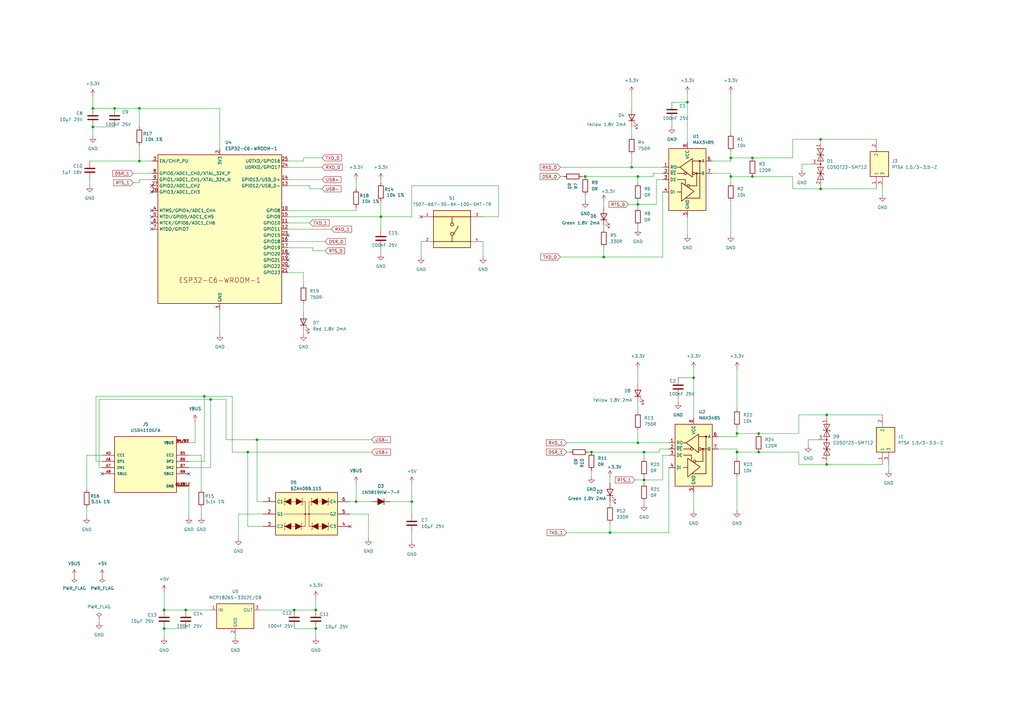
<source format=kicad_sch>
(kicad_sch (version 20250114) (generator "eeschema") (generator_version "9.0")
  (paper "A3")
  (junction (at 311.15 177.8))
  (junction (at 105.41 180.34))
  (junction (at 247.65 105.41))
  (junction (at 57.15 66.04))
  (junction (at 264.16 185.42))
  (junction (at 86.36 163.83))
  (junction (at 308.61 64.77))
  (junction (at 38.1 52.07))
  (junction (at 339.09 170.18))
  (junction (at 299.72 64.77))
  (junction (at 308.61 72.39))
  (junction (at 302.26 185.42))
  (junction (at 339.09 190.5))
  (junction (at 168.91 205.74))
  (junction (at 311.15 185.42))
  (junction (at 57.15 44.45))
  (junction (at 261.62 72.39))
  (junction (at 67.31 250.19))
  (junction (at 156.21 88.9))
  (junction (at 120.65 250.19))
  (junction (at 284.48 154.94))
  (junction (at 336.55 77.47))
  (junction (at 250.19 218.44))
  (junction (at 261.62 181.61))
  (junction (at 242.57 185.42))
  (junction (at 38.1 44.45))
  (junction (at 83.82 162.56))
  (junction (at 281.94 41.91))
  (junction (at 261.62 83.82))
  (junction (at 129.54 250.19))
  (junction (at 46.99 44.45))
  (junction (at 240.03 72.39))
  (junction (at 67.31 257.81))
  (junction (at 129.54 257.81))
  (junction (at 259.08 68.58))
  (junction (at 336.55 57.15))
  (junction (at 299.72 72.39))
  (junction (at 146.05 205.74))
  (junction (at 264.16 196.85))
  (junction (at 302.26 177.8))
  (junction (at 101.6 185.42))
  (junction (at 76.2 250.19))
  (no_connect (at 62.23 78.74))
  (no_connect (at 41.91 194.31))
  (no_connect (at 118.11 106.68))
  (no_connect (at 118.11 96.52))
  (no_connect (at 62.23 76.2))
  (no_connect (at 118.11 109.22))
  (no_connect (at 62.23 93.98))
  (no_connect (at 62.23 91.44))
  (no_connect (at 172.72 88.9))
  (no_connect (at 118.11 104.14))
  (no_connect (at 143.51 215.9))
  (no_connect (at 62.23 86.36))
  (no_connect (at 62.23 88.9))
  (no_connect (at 77.47 194.31))
  (wire (pts (xy 281.94 88.9) (xy 281.94 96.52)))
  (wire (pts (xy 83.82 189.23) (xy 83.82 162.56)))
  (wire (pts (xy 82.55 186.69) (xy 82.55 200.66)))
  (wire (pts (xy 40.64 163.83) (xy 86.36 163.83)))
  (wire (pts (xy 54.61 71.12) (xy 62.23 71.12)))
  (wire (pts (xy 299.72 72.39) (xy 299.72 74.93)))
  (wire (pts (xy 247.65 82.55) (xy 247.65 85.09)))
  (wire (pts (xy 35.56 208.28) (xy 35.56 212.09)))
  (wire (pts (xy 118.11 101.6) (xy 128.27 101.6)))
  (wire (pts (xy 118.11 111.76) (xy 124.46 111.76)))
  (wire (pts (xy 242.57 185.42) (xy 241.3 185.42)))
  (wire (pts (xy 132.08 64.77) (xy 124.46 64.77)))
  (wire (pts (xy 57.15 44.45) (xy 57.15 52.07)))
  (wire (pts (xy 57.15 59.69) (xy 57.15 66.04)))
  (wire (pts (xy 86.36 191.77) (xy 86.36 163.83)))
  (wire (pts (xy 302.26 185.42) (xy 302.26 187.96)))
  (wire (pts (xy 250.19 205.74) (xy 250.19 207.01)))
  (wire (pts (xy 204.47 76.2) (xy 204.47 88.9)))
  (wire (pts (xy 124.46 66.04) (xy 118.11 66.04)))
  (wire (pts (xy 327.66 170.18) (xy 339.09 170.18)))
  (wire (pts (xy 257.81 83.82) (xy 261.62 83.82)))
  (wire (pts (xy 281.94 41.91) (xy 281.94 58.42)))
  (wire (pts (xy 261.62 83.82) (xy 269.24 83.82)))
  (wire (pts (xy 86.36 163.83) (xy 92.71 163.83)))
  (wire (pts (xy 118.11 76.2) (xy 127 76.2)))
  (wire (pts (xy 308.61 64.77) (xy 325.12 64.77)))
  (wire (pts (xy 339.09 170.18) (xy 339.09 171.45)))
  (wire (pts (xy 302.26 185.42) (xy 311.15 185.42)))
  (wire (pts (xy 270.51 184.15) (xy 270.51 185.42)))
  (wire (pts (xy 77.47 189.23) (xy 83.82 189.23)))
  (wire (pts (xy 264.16 205.74) (xy 264.16 207.01)))
  (wire (pts (xy 124.46 64.77) (xy 124.46 66.04)))
  (wire (pts (xy 151.13 210.82) (xy 151.13 220.98)))
  (wire (pts (xy 260.35 196.85) (xy 264.16 196.85)))
  (wire (pts (xy 156.21 88.9) (xy 156.21 93.98)))
  (wire (pts (xy 271.78 73.66) (xy 269.24 73.66)))
  (wire (pts (xy 232.41 185.42) (xy 233.68 185.42)))
  (wire (pts (xy 67.31 257.81) (xy 76.2 257.81)))
  (wire (pts (xy 160.02 205.74) (xy 168.91 205.74)))
  (wire (pts (xy 327.66 185.42) (xy 327.66 190.5)))
  (wire (pts (xy 275.59 49.53) (xy 275.59 52.07)))
  (wire (pts (xy 325.12 57.15) (xy 336.55 57.15)))
  (wire (pts (xy 281.94 38.1) (xy 281.94 41.91)))
  (wire (pts (xy 127 77.47) (xy 132.08 77.47)))
  (wire (pts (xy 275.59 41.91) (xy 281.94 41.91)))
  (wire (pts (xy 247.65 105.41) (xy 271.78 105.41)))
  (wire (pts (xy 339.09 170.18) (xy 361.95 170.18)))
  (wire (pts (xy 57.15 66.04) (xy 62.23 66.04)))
  (wire (pts (xy 118.11 86.36) (xy 146.05 86.36)))
  (wire (pts (xy 172.72 99.06) (xy 172.72 105.41)))
  (wire (pts (xy 40.64 255.27) (xy 40.64 254)))
  (wire (pts (xy 127 76.2) (xy 127 77.47)))
  (wire (pts (xy 128.27 101.6) (xy 128.27 102.87)))
  (wire (pts (xy 267.97 72.39) (xy 261.62 72.39)))
  (wire (pts (xy 308.61 72.39) (xy 325.12 72.39)))
  (wire (pts (xy 274.32 191.77) (xy 274.32 218.44)))
  (wire (pts (xy 336.55 57.15) (xy 336.55 58.42)))
  (wire (pts (xy 240.03 80.01) (xy 240.03 82.55)))
  (wire (pts (xy 364.49 190.5) (xy 364.49 193.04)))
  (wire (pts (xy 294.64 184.15) (xy 302.26 184.15)))
  (wire (pts (xy 250.19 214.63) (xy 250.19 218.44)))
  (wire (pts (xy 328.93 67.31) (xy 328.93 69.85)))
  (wire (pts (xy 118.11 73.66) (xy 132.08 73.66)))
  (wire (pts (xy 261.62 83.82) (xy 261.62 85.09)))
  (wire (pts (xy 302.26 179.07) (xy 302.26 177.8)))
  (wire (pts (xy 129.54 245.11) (xy 129.54 250.19)))
  (wire (pts (xy 259.08 52.07) (xy 259.08 55.88)))
  (wire (pts (xy 118.11 91.44) (xy 127 91.44)))
  (wire (pts (xy 232.41 181.61) (xy 261.62 181.61)))
  (wire (pts (xy 302.26 184.15) (xy 302.26 185.42)))
  (wire (pts (xy 92.71 163.83) (xy 92.71 180.34)))
  (wire (pts (xy 336.55 76.2) (xy 336.55 77.47)))
  (wire (pts (xy 336.55 77.47) (xy 359.41 77.47)))
  (wire (pts (xy 156.21 73.66) (xy 156.21 74.93)))
  (wire (pts (xy 38.1 52.07) (xy 38.1 55.88)))
  (wire (pts (xy 259.08 63.5) (xy 259.08 68.58)))
  (wire (pts (xy 40.64 191.77) (xy 41.91 191.77)))
  (wire (pts (xy 284.48 151.13) (xy 284.48 154.94)))
  (wire (pts (xy 299.72 38.1) (xy 299.72 54.61)))
  (wire (pts (xy 327.66 177.8) (xy 327.66 170.18)))
  (wire (pts (xy 129.54 250.19) (xy 120.65 250.19)))
  (wire (pts (xy 271.78 71.12) (xy 267.97 71.12)))
  (wire (pts (xy 156.21 101.6) (xy 156.21 104.14)))
  (wire (pts (xy 67.31 257.81) (xy 67.31 261.62)))
  (wire (pts (xy 278.13 154.94) (xy 284.48 154.94)))
  (wire (pts (xy 118.11 93.98) (xy 135.89 93.98)))
  (wire (pts (xy 264.16 195.58) (xy 264.16 196.85)))
  (wire (pts (xy 229.87 105.41) (xy 247.65 105.41)))
  (wire (pts (xy 232.41 218.44) (xy 250.19 218.44)))
  (wire (pts (xy 274.32 184.15) (xy 270.51 184.15)))
  (wire (pts (xy 38.1 52.07) (xy 46.99 52.07)))
  (wire (pts (xy 124.46 124.46) (xy 124.46 128.27)))
  (wire (pts (xy 292.1 66.04) (xy 299.72 66.04)))
  (wire (pts (xy 247.65 92.71) (xy 247.65 93.98)))
  (wire (pts (xy 143.51 205.74) (xy 146.05 205.74)))
  (wire (pts (xy 168.91 205.74) (xy 168.91 198.12)))
  (wire (pts (xy 168.91 218.44) (xy 168.91 222.25)))
  (wire (pts (xy 90.17 127) (xy 90.17 137.16)))
  (wire (pts (xy 77.47 186.69) (xy 82.55 186.69)))
  (wire (pts (xy 168.91 210.82) (xy 168.91 205.74)))
  (wire (pts (xy 156.21 88.9) (xy 168.91 88.9)))
  (wire (pts (xy 242.57 193.04) (xy 242.57 195.58)))
  (wire (pts (xy 128.27 102.87) (xy 133.35 102.87)))
  (wire (pts (xy 302.26 195.58) (xy 302.26 209.55)))
  (wire (pts (xy 95.25 185.42) (xy 101.6 185.42)))
  (wire (pts (xy 311.15 185.42) (xy 327.66 185.42)))
  (wire (pts (xy 278.13 162.56) (xy 278.13 165.1)))
  (wire (pts (xy 269.24 73.66) (xy 269.24 83.82)))
  (wire (pts (xy 39.37 162.56) (xy 83.82 162.56)))
  (wire (pts (xy 271.78 78.74) (xy 271.78 105.41)))
  (wire (pts (xy 335.28 180.34) (xy 331.47 180.34)))
  (wire (pts (xy 62.23 73.66) (xy 57.15 73.66)))
  (wire (pts (xy 264.16 196.85) (xy 271.78 196.85)))
  (wire (pts (xy 36.83 73.66) (xy 36.83 76.2)))
  (wire (pts (xy 118.11 88.9) (xy 156.21 88.9)))
  (wire (pts (xy 67.31 250.19) (xy 76.2 250.19)))
  (wire (pts (xy 325.12 77.47) (xy 336.55 77.47)))
  (wire (pts (xy 82.55 208.28) (xy 82.55 212.09)))
  (wire (pts (xy 39.37 189.23) (xy 41.91 189.23)))
  (wire (pts (xy 107.95 205.74) (xy 105.41 205.74)))
  (wire (pts (xy 299.72 72.39) (xy 308.61 72.39)))
  (wire (pts (xy 259.08 38.1) (xy 259.08 44.45)))
  (wire (pts (xy 327.66 190.5) (xy 339.09 190.5)))
  (wire (pts (xy 168.91 88.9) (xy 168.91 76.2)))
  (wire (pts (xy 339.09 190.5) (xy 361.95 190.5)))
  (wire (pts (xy 325.12 72.39) (xy 325.12 77.47)))
  (wire (pts (xy 336.55 57.15) (xy 359.41 57.15)))
  (wire (pts (xy 299.72 82.55) (xy 299.72 96.52)))
  (wire (pts (xy 292.1 71.12) (xy 299.72 71.12)))
  (wire (pts (xy 80.01 181.61) (xy 77.47 181.61)))
  (wire (pts (xy 35.56 186.69) (xy 41.91 186.69)))
  (wire (pts (xy 240.03 72.39) (xy 238.76 72.39)))
  (wire (pts (xy 247.65 101.6) (xy 247.65 105.41)))
  (wire (pts (xy 57.15 44.45) (xy 90.17 44.45)))
  (wire (pts (xy 90.17 44.45) (xy 90.17 60.96)))
  (wire (pts (xy 198.12 99.06) (xy 198.12 105.41)))
  (wire (pts (xy 299.72 71.12) (xy 299.72 72.39)))
  (wire (pts (xy 101.6 185.42) (xy 101.6 215.9)))
  (wire (pts (xy 332.74 67.31) (xy 328.93 67.31)))
  (wire (pts (xy 270.51 185.42) (xy 264.16 185.42)))
  (wire (pts (xy 146.05 198.12) (xy 146.05 205.74)))
  (wire (pts (xy 46.99 44.45) (xy 57.15 44.45)))
  (wire (pts (xy 261.62 165.1) (xy 261.62 168.91)))
  (wire (pts (xy 271.78 186.69) (xy 271.78 196.85)))
  (wire (pts (xy 57.15 74.93) (xy 54.61 74.93)))
  (wire (pts (xy 156.21 82.55) (xy 156.21 88.9)))
  (wire (pts (xy 302.26 151.13) (xy 302.26 167.64)))
  (wire (pts (xy 96.52 260.35) (xy 96.52 261.62)))
  (wire (pts (xy 299.72 62.23) (xy 299.72 64.77)))
  (wire (pts (xy 57.15 73.66) (xy 57.15 74.93)))
  (wire (pts (xy 124.46 135.89) (xy 124.46 137.16)))
  (wire (pts (xy 39.37 162.56) (xy 39.37 189.23)))
  (wire (pts (xy 261.62 92.71) (xy 261.62 93.98)))
  (wire (pts (xy 264.16 185.42) (xy 242.57 185.42)))
  (wire (pts (xy 299.72 64.77) (xy 308.61 64.77)))
  (wire (pts (xy 106.68 250.19) (xy 120.65 250.19)))
  (wire (pts (xy 259.08 68.58) (xy 271.78 68.58)))
  (wire (pts (xy 129.54 257.81) (xy 120.65 257.81)))
  (wire (pts (xy 168.91 76.2) (xy 204.47 76.2)))
  (wire (pts (xy 261.62 176.53) (xy 261.62 181.61)))
  (wire (pts (xy 76.2 250.19) (xy 86.36 250.19)))
  (wire (pts (xy 250.19 218.44) (xy 274.32 218.44)))
  (wire (pts (xy 38.1 44.45) (xy 46.99 44.45)))
  (wire (pts (xy 146.05 73.66) (xy 146.05 77.47)))
  (wire (pts (xy 107.95 210.82) (xy 97.79 210.82)))
  (wire (pts (xy 261.62 151.13) (xy 261.62 157.48)))
  (wire (pts (xy 302.26 177.8) (xy 311.15 177.8)))
  (wire (pts (xy 331.47 180.34) (xy 331.47 182.88)))
  (wire (pts (xy 229.87 68.58) (xy 259.08 68.58)))
  (wire (pts (xy 77.47 191.77) (xy 86.36 191.77)))
  (wire (pts (xy 67.31 242.57) (xy 67.31 250.19)))
  (wire (pts (xy 250.19 195.58) (xy 250.19 198.12)))
  (wire (pts (xy 302.26 175.26) (xy 302.26 177.8)))
  (wire (pts (xy 80.01 172.72) (xy 80.01 181.61)))
  (wire (pts (xy 101.6 215.9) (xy 107.95 215.9)))
  (wire (pts (xy 274.32 186.69) (xy 271.78 186.69)))
  (wire (pts (xy 146.05 205.74) (xy 152.4 205.74)))
  (wire (pts (xy 267.97 71.12) (xy 267.97 72.39)))
  (wire (pts (xy 105.41 180.34) (xy 152.4 180.34)))
  (wire (pts (xy 129.54 257.81) (xy 129.54 261.62)))
  (wire (pts (xy 284.48 201.93) (xy 284.48 209.55)))
  (wire (pts (xy 261.62 181.61) (xy 274.32 181.61)))
  (wire (pts (xy 264.16 196.85) (xy 264.16 198.12)))
  (wire (pts (xy 101.6 185.42) (xy 152.4 185.42)))
  (wire (pts (xy 294.64 179.07) (xy 302.26 179.07)))
  (wire (pts (xy 325.12 64.77) (xy 325.12 57.15)))
  (wire (pts (xy 284.48 154.94) (xy 284.48 171.45)))
  (wire (pts (xy 261.62 72.39) (xy 240.03 72.39)))
  (wire (pts (xy 339.09 189.23) (xy 339.09 190.5)))
  (wire (pts (xy 97.79 210.82) (xy 97.79 220.98)))
  (wire (pts (xy 95.25 162.56) (xy 95.25 185.42)))
  (wire (pts (xy 36.83 66.04) (xy 57.15 66.04)))
  (wire (pts (xy 261.62 82.55) (xy 261.62 83.82)))
  (wire (pts (xy 124.46 111.76) (xy 124.46 116.84)))
  (wire (pts (xy 118.11 99.06) (xy 133.35 99.06)))
  (wire (pts (xy 118.11 68.58) (xy 132.08 68.58)))
  (wire (pts (xy 143.51 210.82) (xy 151.13 210.82)))
  (wire (pts (xy 204.47 88.9) (xy 198.12 88.9)))
  (wire (pts (xy 35.56 186.69) (xy 35.56 200.66)))
  (wire (pts (xy 264.16 185.42) (xy 264.16 187.96)))
  (wire (pts (xy 146.05 86.36) (xy 146.05 85.09)))
  (wire (pts (xy 40.64 163.83) (xy 40.64 191.77)))
  (wire (pts (xy 361.95 77.47) (xy 361.95 80.01)))
  (wire (pts (xy 92.71 180.34) (xy 105.41 180.34)))
  (wire (pts (xy 83.82 162.56) (xy 95.25 162.56)))
  (wire (pts (xy 299.72 66.04) (xy 299.72 64.77)))
  (wire (pts (xy 77.47 199.39) (xy 77.47 212.09)))
  (wire (pts (xy 105.41 205.74) (xy 105.41 180.34)))
  (wire (pts (xy 229.87 72.39) (xy 231.14 72.39)))
  (wire (pts (xy 261.62 72.39) (xy 261.62 74.93)))
  (wire (pts (xy 38.1 39.37) (xy 38.1 44.45)))
  (wire (pts (xy 311.15 177.8) (xy 327.66 177.8)))
  (global_label "RXD_0" (shape input) (at 229.87 68.58 180) (property "Intersheetrefs" "${INTERSHEET_REFS}" (effects (hide yes))))
  (global_label "USB-" (shape input) (at 132.08 77.47 0) (property "Intersheetrefs" "${INTERSHEET_REFS}" (effects (hide yes))))
  (global_label "TXD_1" (shape input) (at 232.41 218.44 180) (property "Intersheetrefs" "${INTERSHEET_REFS}" (effects (hide yes))))
  (global_label "USB+" (shape input) (at 132.08 73.66 0) (property "Intersheetrefs" "${INTERSHEET_REFS}" (effects (hide yes))))
  (global_label "DSR_0" (shape input) (at 133.35 99.06 0) (property "Intersheetrefs" "${INTERSHEET_REFS}" (effects (hide yes))))
  (global_label "DSR_1" (shape input) (at 232.41 185.42 180) (property "Intersheetrefs" "${INTERSHEET_REFS}" (effects (hide yes))))
  (global_label "TXD_0" (shape input) (at 229.87 105.41 180) (property "Intersheetrefs" "${INTERSHEET_REFS}" (effects (hide yes))))
  (global_label "USB+" (shape input) (at 152.4 185.42 0) (property "Intersheetrefs" "${INTERSHEET_REFS}" (effects (hide yes))))
  (global_label "RTS_0" (shape input) (at 133.35 102.87 0) (property "Intersheetrefs" "${INTERSHEET_REFS}" (effects (hide yes))))
  (global_label "DSR_0" (shape input) (at 229.87 72.39 180) (property "Intersheetrefs" "${INTERSHEET_REFS}" (effects (hide yes))))
  (global_label "RXD_1" (shape input) (at 135.89 93.98 0) (property "Intersheetrefs" "${INTERSHEET_REFS}" (effects (hide yes))))
  (global_label "RTS_0" (shape input) (at 257.81 83.82 180) (property "Intersheetrefs" "${INTERSHEET_REFS}" (effects (hide yes))))
  (global_label "TXD_1" (shape input) (at 127 91.44 0) (property "Intersheetrefs" "${INTERSHEET_REFS}" (effects (hide yes))))
  (global_label "USB-" (shape input) (at 152.4 180.34 0) (property "Intersheetrefs" "${INTERSHEET_REFS}" (effects (hide yes))))
  (global_label "DSR_1" (shape input) (at 54.61 71.12 180) (property "Intersheetrefs" "${INTERSHEET_REFS}" (effects (hide yes))))
  (global_label "RXD_1" (shape input) (at 232.41 181.61 180) (property "Intersheetrefs" "${INTERSHEET_REFS}" (effects (hide yes))))
  (global_label "RXD_0" (shape input) (at 132.08 68.58 0) (property "Intersheetrefs" "${INTERSHEET_REFS}" (effects (hide yes))))
  (global_label "TXD_0" (shape input) (at 132.08 64.77 0) (property "Intersheetrefs" "${INTERSHEET_REFS}" (effects (hide yes))))
  (global_label "RTS_1" (shape input) (at 260.35 196.85 180) (property "Intersheetrefs" "${INTERSHEET_REFS}" (effects (hide yes))))
  (global_label "RTS_1" (shape input) (at 54.61 74.93 180) (property "Intersheetrefs" "${INTERSHEET_REFS}" (effects (hide yes))))
  (symbol (lib_id "Device:R") (at 261.62 88.9 0) (unit 1)
    (property "Reference" "R8" (at 264.16 87.6299 0) (effects (justify left)))
    (property "Value" "0R" (at 264.16 90.1699 0) (effects (justify left)))
    (property "Footprint" "Resistor_SMD:R_0805_2012Metric" (effects (hide yes)))
    (property "Description" "Resistor" (effects (hide yes)))
  )
  (symbol (lib_id "power:VBUS") (at 80.01 172.72 0) (unit 1)
    (property "Reference" "#PWR050" (effects (hide yes)))
    (property "Value" "VBUS" (at 80.01 167.64 0))
    (property "Description" "Power symbol creates a global label with name \"VBUS\"" (effects (hide yes)))
  )
  (symbol (lib_id "power:+3.3V") (at 250.19 195.58 0) (unit 1)
    (property "Reference" "#PWR015" (effects (hide yes)))
    (property "Value" "+3.3V" (at 251.968 191.516 0))
    (property "Description" "Power symbol creates a global label with name \"+3.3V\"" (effects (hide yes)))
  )
  (symbol (lib_id "Device:LED") (at 250.19 201.93 90) (unit 1)
    (property "Reference" "D2" (at 244.602 201.676 90) (effects (justify right)))
    (property "Value" "Green 1.8V 2mA" (at 232.918 204.47 90) (effects (justify right)))
    (property "Footprint" "Diode_SMD:D_0805_2012Metric" (effects (hide yes)))
    (property "Description" "Light emitting diode" (effects (hide yes)))
    (property "Sim.Pins" "1=K 2=A" (effects (hide yes)))
  )
  (symbol (lib_id "Device:LED") (at 247.65 88.9 90) (unit 1)
    (property "Reference" "D6" (at 242.062 88.646 90) (effects (justify right)))
    (property "Value" "Green 1.8V 2mA" (at 230.378 91.44 90) (effects (justify right)))
    (property "Footprint" "Diode_SMD:D_0805_2012Metric" (effects (hide yes)))
    (property "Description" "Light emitting diode" (effects (hide yes)))
    (property "Sim.Pins" "1=K 2=A" (effects (hide yes)))
  )
  (symbol (lib_id "BZA408B_125:BZA408B,125") (at 107.95 205.74 0) (unit 1)
    (property "Reference" "D5" (at 120.396 197.866 0))
    (property "Value" "BZA408B,115" (at 125.476 200.406 0))
    (property "Footprint" "zVMCFootprints:SOT95P275X110-6N" (effects (hide yes)))
    (property "Datasheet" "https://assets.nexperia.com/documents/data-sheet/BZA408B.pdf" (effects (hide yes)))
    (property "Description" "BZA408B - Quadruple bidirectional ESD transient voltage suppressor" (effects (hide yes)))
    (property "Height" "1.1" (effects (hide yes)))
    (property "Mouser Part Number" "771-BZA408B,125" (effects (hide yes)))
    (property "Mouser Price/Stock" "https://www.mouser.co.uk/ProductDetail/Nexperia/BZA408B125?qs=mSipnS5lFm9w4UlGdFtDOg%3D%3D" (effects (hide yes)))
    (property "Manufacturer_Name" "Nexperia" (effects (hide yes)))
    (property "Manufacturer_Part_Number" "BZA408B,125" (effects (hide yes)))
  )
  (symbol (lib_id "power:PWR_FLAG") (at 41.91 236.22 180) (unit 1)
    (property "Reference" "#FLG04" (effects (hide yes)))
    (property "Value" "PWR_FLAG" (at 41.91 241.3 0))
    (property "Description" "Special symbol for telling ERC where power comes from" (effects (hide yes)))
  )
  (symbol (lib_id "power:PWR_FLAG") (at 30.48 236.22 180) (unit 1)
    (property "Reference" "#FLG03" (effects (hide yes)))
    (property "Value" "PWR_FLAG" (at 30.48 241.3 0))
    (property "Description" "Special symbol for telling ERC where power comes from" (effects (hide yes)))
  )
  (symbol (lib_id "power:GND") (at 129.54 261.62 0) (unit 1)
    (property "Reference" "#PWR042" (effects (hide yes)))
    (property "Value" "GND" (at 129.54 266.7 0))
    (property "Description" "Power symbol creates a global label with name \"GND\" , ground" (effects (hide yes)))
  )
  (symbol (lib_id "USB 4110GFA:USB4110GFA") (at 59.69 189.23 0) (unit 1)
    (property "Reference" "J5" (at 59.69 173.99 0))
    (property "Value" "USB4110GFA" (at 59.69 176.53 0))
    (property "Footprint" "zVMCFootprints:GCT_USB4110GFA" (effects (hide yes)))
    (property "Datasheet" "https://www.mouser.com/catalog/specsheets/GCT_USB4110%20Product%20Drawing%20-%2020k%20cycles.pdf?_gl=1*14dx9mj*_gcl_aw*R0NMLjE3NTk0NzQxNjkuQ2p3S0NBand4ZmpHQmhBVUVpd0FLV1B3RHJGb2IybE9rOW0xRE5ESUlpT2Z3TzJ0TDA2VVJJdXo3RHFBUjBiTDhKTkJXUW1STU5JR0NSb0MwelFRQXZEX0J3RQ..*_gcl_au*MTg4NTk1MTI0MC4xNzU1Nzg2NTE3LjY1MzI0NTYyNi4xNzU5NDc0MTYxLjE3NTk0NzY4NDU.*_ga*NTY5MzcyNDI1LjE3NTU3ODY1MTk.*_ga_15W4STQT4T*czE3NTk0NzQxNDckbzE5JGcxJHQxNzU5NDc2ODkyJGo4JGwwJGgw" (effects (hide yes)))
    (property "MF" "Global Connector Technology" (effects (hide yes)))
    (property "Description_1" "USB-C (USB TYPE-C) USB 2.0 Receptacle Connector 24 (16+8 Dummy) Position Surface Mount, Right Angle" (effects (hide yes)))
    (property "Package" "None" (effects (hide yes)))
    (property "Price" "None" (effects (hide yes)))
    (property "SnapEDA_Link" "https://www.snapeda.com/parts/USB4110GFA/Global+Connector+Technology/view-part/?ref=snap" (effects (hide yes)))
    (property "MP" "USB4110GFA" (effects (hide yes)))
    (property "Purchase-URL" "https://www.snapeda.com/api/url_track_click_mouser/?unipart_id=7348857&manufacturer=Global Connector Technology&part_name=USB4110GFA&search_term=usb4110-gf-a" (effects (hide yes)))
    (property "Availability" "In Stock" (effects (hide yes)))
    (property "Check_prices" "https://www.snapeda.com/parts/USB4110GFA/Global+Connector+Technology/view-part/?ref=eda" (effects (hide yes)))
  )
  (symbol (lib_id "power:VBUS") (at 146.05 198.12 0) (unit 1)
    (property "Reference" "#PWR031" (effects (hide yes)))
    (property "Value" "VBUS" (at 146.05 193.04 0))
    (property "Description" "Power symbol creates a global label with name \"VBUS\"" (effects (hide yes)))
  )
  (symbol (lib_id "power:+5V") (at 67.31 242.57 0) (unit 1)
    (property "Reference" "#PWR043" (effects (hide yes)))
    (property "Value" "+5V" (at 67.31 237.49 0))
    (property "Description" "Power symbol creates a global label with name \"+5V\"" (effects (hide yes)))
  )
  (symbol (lib_id "Device:R") (at 82.55 204.47 180) (unit 1)
    (property "Reference" "R15" (at 87.884 203.454 0) (effects (justify left)))
    (property "Value" "5.1k 1%" (at 92.202 205.74 0) (effects (justify left)))
    (property "Footprint" "Resistor_SMD:R_0805_2012Metric" (effects (hide yes)))
    (property "Description" "Resistor" (effects (hide yes)))
  )
  (symbol (lib_id "Phoenix Contact PTSA 3:1985205") (at 361.95 190.5 90) (unit 1)
    (property "Reference" "J1" (at 368.3 179.0699 90) (effects (justify right)))
    (property "Value" "PTSA 1.5/3-3.5-Z" (at 368.3 181.6099 90) (effects (justify right)))
    (property "Footprint" "zVMCFootprints:Phoenix Contact PTSA 3" (effects (hide yes)))
    (property "Datasheet" "https://componentsearchengine.com/Datasheets/1/1985205.pdf" (effects (hide yes)))
    (property "Description" "PCB terminal block, nominal current: 8 A, rated voltage (III/2): 400 V, nominal cross section: 1.5 mm, number of potentials: 3, number of rows: 1, number of positions per row: 3, product range: PTSA 1,5, pitch: 3.5 mm, connection method: Push-in spring connection, mounting: Wave soldering, conductor/PCB connection direction: 45 , color: green, Pin layout: Zigzag pinning M, Solder pin [P]: 3.5 mm, number of solder pins per potential: 1, type of packaging: packed in cardboard. Offset soldering legs, two-row" (effects (hide yes)))
    (property "Height" "13" (effects (hide yes)))
    (property "Mouser Part Number" "651-1985205" (effects (hide yes)))
    (property "Mouser Price/Stock" "https://www.mouser.co.uk/ProductDetail/Phoenix-Contact/1985205?qs=JcjeNNoqGSNoFnucoMlHJQ%3D%3D" (effects (hide yes)))
    (property "Manufacturer_Name" "Phoenix Contact" (effects (hide yes)))
    (property "Manufacturer_Part_Number" "1985205" (effects (hide yes)))
  )
  (symbol (lib_id "power:GND") (at 240.03 82.55 0) (unit 1)
    (property "Reference" "#PWR011" (effects (hide yes)))
    (property "Value" "GND" (at 240.03 87.63 0))
    (property "Description" "Power symbol creates a global label with name \"GND\" , ground" (effects (hide yes)))
  )
  (symbol (lib_id "power:GND") (at 38.1 55.88 0) (unit 1)
    (property "Reference" "#PWR038" (effects (hide yes)))
    (property "Value" "GND" (at 38.1 60.96 0))
    (property "Description" "Power symbol creates a global label with name \"GND\" , ground" (effects (hide yes)))
  )
  (symbol (lib_id "Device:LED") (at 261.62 161.29 90) (unit 1)
    (property "Reference" "D8" (at 256.032 160.274 90) (effects (justify right)))
    (property "Value" "Yellow 1.8V 2mA" (at 243.078 164.084 90) (effects (justify right)))
    (property "Footprint" "Diode_SMD:D_0805_2012Metric_Pad1.15x1.40mm_HandSolder" (effects (hide yes)))
    (property "Description" "Light emitting diode" (effects (hide yes)))
    (property "Sim.Pins" "1=K 2=A" (effects (hide yes)))
  )
  (symbol (lib_id "power:GND") (at 82.55 212.09 0) (unit 1)
    (property "Reference" "#PWR029" (effects (hide yes)))
    (property "Value" "GND" (at 82.55 217.17 0))
    (property "Description" "Power symbol creates a global label with name \"GND\" , ground" (effects (hide yes)))
  )
  (symbol (lib_id "power:GND") (at 331.47 182.88 0) (unit 1)
    (property "Reference" "#PWR026" (effects (hide yes)))
    (property "Value" "GND" (at 331.47 187.96 0))
    (property "Description" "Power symbol creates a global label with name \"GND\" , ground" (effects (hide yes)))
  )
  (symbol (lib_id "Device:R") (at 57.15 55.88 180) (unit 1)
    (property "Reference" "R17" (at 62.484 54.864 0) (effects (justify left)))
    (property "Value" "10k 1%" (at 66.802 57.15 0) (effects (justify left)))
    (property "Footprint" "Resistor_SMD:R_0805_2012Metric" (effects (hide yes)))
    (property "Description" "Resistor" (effects (hide yes)))
  )
  (symbol (lib_id "power:GND") (at 328.93 69.85 0) (unit 1)
    (property "Reference" "#PWR07" (effects (hide yes)))
    (property "Value" "GND" (at 328.93 74.93 0))
    (property "Description" "Power symbol creates a global label with name \"GND\" , ground" (effects (hide yes)))
  )
  (symbol (lib_id "Device:R") (at 308.61 68.58 0) (unit 1)
    (property "Reference" "R3" (at 311.15 67.3099 0) (effects (justify left)))
    (property "Value" "120R" (at 311.15 69.8499 0) (effects (justify left)))
    (property "Footprint" "Resistor_SMD:R_0805_2012Metric" (effects (hide yes)))
    (property "Description" "Resistor" (effects (hide yes)))
  )
  (symbol (lib_id "Device:R") (at 146.05 81.28 180) (unit 1)
    (property "Reference" "R18" (at 151.384 80.264 0) (effects (justify left)))
    (property "Value" "10k 1%" (at 155.702 82.55 0) (effects (justify left)))
    (property "Footprint" "Resistor_SMD:R_0805_2012Metric" (effects (hide yes)))
    (property "Description" "Resistor" (effects (hide yes)))
  )
  (symbol (lib_id "power:+3.3V") (at 146.05 73.66 0) (unit 1)
    (property "Reference" "#PWR040" (effects (hide yes)))
    (property "Value" "+3.3V" (at 146.05 68.58 0))
    (property "Description" "Power symbol creates a global label with name \"+3.3V\"" (effects (hide yes)))
  )
  (symbol (lib_id "Device:C") (at 36.83 69.85 0) (unit 1)
    (property "Reference" "C10" (at 29.972 68.072 0) (effects (justify left)))
    (property "Value" "1µF 16V" (at 25.4 70.612 0) (effects (justify left)))
    (property "Footprint" "Capacitor_SMD:C_0805_2012Metric" (effects (hide yes)))
    (property "Datasheet" "35V X5R" (effects (hide yes)))
    (property "Description" "Unpolarized capacitor" (effects (hide yes)))
  )
  (symbol (lib_id "power:+3.3V") (at 259.08 38.1 0) (unit 1)
    (property "Reference" "#PWR09" (effects (hide yes)))
    (property "Value" "+3.3V" (at 259.08 33.02 0))
    (property "Description" "Power symbol creates a global label with name \"+3.3V\"" (effects (hide yes)))
  )
  (symbol (lib_id "power:GND") (at 97.79 220.98 0) (unit 1)
    (property "Reference" "#PWR036" (effects (hide yes)))
    (property "Value" "GND" (at 97.79 226.06 0))
    (property "Description" "Power symbol creates a global label with name \"GND\" , ground" (effects (hide yes)))
  )
  (symbol (lib_id "power:GND") (at 361.95 80.01 0) (unit 1)
    (property "Reference" "#PWR08" (effects (hide yes)))
    (property "Value" "GND" (at 361.95 85.09 0))
    (property "Description" "Power symbol creates a global label with name \"GND\" , ground" (effects (hide yes)))
  )
  (symbol (lib_id "Device:R") (at 264.16 191.77 0) (unit 1)
    (property "Reference" "R20" (at 266.7 190.4999 0) (effects (justify left)))
    (property "Value" "0R" (at 266.7 193.0399 0) (effects (justify left)))
    (property "Footprint" "Resistor_SMD:R_0805_2012Metric" (effects (hide yes)))
    (property "Description" "Resistor" (effects (hide yes)))
  )
  (symbol (lib_id "power:GND") (at 284.48 209.55 0) (unit 1)
    (property "Reference" "#PWR020" (effects (hide yes)))
    (property "Value" "GND" (at 284.48 214.63 0))
    (property "Description" "Power symbol creates a global label with name \"GND\" , ground" (effects (hide yes)))
  )
  (symbol (lib_id "power:+3.3V") (at 261.62 151.13 0) (unit 1)
    (property "Reference" "#PWR016" (effects (hide yes)))
    (property "Value" "+3.3V" (at 261.62 146.05 0))
    (property "Description" "Power symbol creates a global label with name \"+3.3V\"" (effects (hide yes)))
  )
  (symbol (lib_id "SameSkye Switch TS07-667-30-BK-100-SMT-TR:TS07-667-30-BK-100-SMT-TR") (at 185.42 93.98 0) (unit 1)
    (property "Reference" "S1" (at 185.42 81.28 0))
    (property "Value" "TS07-667-30-BK-100-SMT-TR" (at 185.42 83.82 0))
    (property "Footprint" "zVMCFootprints:CUI switch SW_TS07-667-30-BK-100-SMT-TR" (effects (hide yes)))
    (property "Datasheet" "https://www.mouser.fr/datasheet/3/6118/1/ts07.pdf" (effects (hide yes)))
    (property "PARTREV" "1.0" (effects (hide yes)))
    (property "MANUFACTURER" "CUI Devices" (effects (hide yes)))
    (property "MAXIMUM_PACKAGE_HEIGHT" "2.7 mm" (effects (hide yes)))
    (property "STANDARD" "Manufacturer Recommendations" (effects (hide yes)))
    (property "MF" "Same Sky" (effects (hide yes)))
    (property "Package" "None" (effects (hide yes)))
    (property "Price" "None" (effects (hide yes)))
    (property "Check_prices" "https://www.snapeda.com/parts/TS07-667-30-BK-100-SMT-TR/Same+Sky/view-part/?ref=eda" (effects (hide yes)))
    (property "SnapEDA_Link" "https://www.snapeda.com/parts/TS07-667-30-BK-100-SMT-TR/Same+Sky/view-part/?ref=snap" (effects (hide yes)))
    (property "MP" "TS07-667-30-BK-100-SMT-TR" (effects (hide yes)))
    (property "Description_1" "6 x 6.7 mm, 3 mm Actuator Height, 100 gf, Black, Surface Mount, SPST, Tactile Switch" (effects (hide yes)))
    (property "Availability" "In Stock" (effects (hide yes)))
  )
  (symbol (lib_id "power:GND") (at 151.13 220.98 0) (unit 1)
    (property "Reference" "#PWR035" (effects (hide yes)))
    (property "Value" "GND" (at 151.13 226.06 0))
    (property "Description" "Power symbol creates a global label with name \"GND\" , ground" (effects (hide yes)))
  )
  (symbol (lib_id "Device:R") (at 237.49 185.42 270) (unit 1)
    (property "Reference" "R10" (at 238.7601 187.96 0) (effects (justify left)))
    (property "Value" "0R" (at 236.2201 187.96 0) (effects (justify left)))
    (property "Footprint" "Resistor_SMD:R_0805_2012Metric" (effects (hide yes)))
    (property "Description" "Resistor" (effects (hide yes)))
  )
  (symbol (lib_id "Device:R") (at 259.08 59.69 0) (unit 1)
    (property "Reference" "R4" (at 261.62 58.4199 0) (effects (justify left)))
    (property "Value" "750R" (at 261.62 60.9599 0) (effects (justify left)))
    (property "Footprint" "Resistor_SMD:R_0805_2012Metric" (effects (hide yes)))
    (property "Description" "Resistor" (effects (hide yes)))
  )
  (symbol (lib_id "power:GND") (at 275.59 52.07 0) (unit 1)
    (property "Reference" "#PWR03" (effects (hide yes)))
    (property "Value" "GND" (at 275.59 57.15 0))
    (property "Description" "Power symbol creates a global label with name \"GND\" , ground" (effects (hide yes)))
  )
  (symbol (lib_id "power:GND") (at 124.46 137.16 0) (unit 1)
    (property "Reference" "#PWR02" (effects (hide yes)))
    (property "Value" "GND" (at 124.46 142.24 0))
    (property "Description" "Power symbol creates a global label with name \"GND\" , ground" (effects (hide yes)))
  )
  (symbol (lib_id "Device:C") (at 46.99 48.26 0) (unit 1)
    (property "Reference" "C9" (at 50.038 45.974 0) (effects (justify left)))
    (property "Value" "100nF 25V" (at 43.18 51.054 0) (effects (justify left)))
    (property "Footprint" "Capacitor_SMD:C_0805_2012Metric" (effects (hide yes)))
    (property "Datasheet" "35V X5R" (effects (hide yes)))
    (property "Description" "Unpolarized capacitor" (effects (hide yes)))
  )
  (symbol (lib_id "power:+3.3V") (at 302.26 151.13 0) (unit 1)
    (property "Reference" "#PWR021" (effects (hide yes)))
    (property "Value" "+3.3V" (at 302.26 146.05 0))
    (property "Description" "Power symbol creates a global label with name \"+3.3V\"" (effects (hide yes)))
  )
  (symbol (lib_id "Device:C") (at 76.2 254 0) (unit 1)
    (property "Reference" "C14" (at 79.248 251.714 0) (effects (justify left)))
    (property "Value" "100nF 25V" (at 72.39 256.794 0) (effects (justify left)))
    (property "Footprint" "Capacitor_SMD:C_0805_2012Metric" (effects (hide yes)))
    (property "Datasheet" "35V X5R" (effects (hide yes)))
    (property "Description" "Unpolarized capacitor" (effects (hide yes)))
  )
  (symbol (lib_id "Device:R") (at 240.03 76.2 0) (unit 1)
    (property "Reference" "R9" (at 242.57 74.9299 0) (effects (justify left)))
    (property "Value" "0R" (at 242.57 77.4699 0) (effects (justify left)))
    (property "Footprint" "Resistor_SMD:R_0805_2012Metric" (effects (hide yes)))
    (property "Description" "Resistor" (effects (hide yes)))
  )
  (symbol (lib_id "Device:R") (at 302.26 171.45 0) (unit 1)
    (property "Reference" "R22" (at 304.8 170.1799 0) (effects (justify left)))
    (property "Value" "10k" (at 304.8 172.7199 0) (effects (justify left)))
    (property "Footprint" "Resistor_SMD:R_0805_2012Metric" (effects (hide yes)))
    (property "Description" "Resistor" (effects (hide yes)))
  )
  (symbol (lib_id "power:VBUS") (at 30.48 236.22 0) (unit 1)
    (property "Reference" "#PWR048" (effects (hide yes)))
    (property "Value" "VBUS" (at 30.48 231.14 0))
    (property "Description" "Power symbol creates a global label with name \"VBUS\"" (effects (hide yes)))
  )
  (symbol (lib_id "Device:R") (at 299.72 78.74 0) (unit 1)
    (property "Reference" "R2" (at 302.26 77.4699 0) (effects (justify left)))
    (property "Value" "10k" (at 302.26 80.0099 0) (effects (justify left)))
    (property "Footprint" "Resistor_SMD:R_0805_2012Metric" (effects (hide yes)))
    (property "Description" "Resistor" (effects (hide yes)))
  )
  (symbol (lib_id "Device:R") (at 299.72 58.42 0) (unit 1)
    (property "Reference" "R1" (at 302.26 57.1499 0) (effects (justify left)))
    (property "Value" "10k" (at 302.26 59.6899 0) (effects (justify left)))
    (property "Footprint" "Resistor_SMD:R_0805_2012Metric" (effects (hide yes)))
    (property "Description" "Resistor" (effects (hide yes)))
  )
  (symbol (lib_id "power:GND") (at 172.72 105.41 0) (unit 1)
    (property "Reference" "#PWR013" (effects (hide yes)))
    (property "Value" "GND" (at 172.72 110.49 0))
    (property "Description" "Power symbol creates a global label with name \"GND\" , ground" (effects (hide yes)))
  )
  (symbol (lib_id "Device:R") (at 234.95 72.39 270) (unit 1)
    (property "Reference" "R7" (at 236.2201 74.93 0) (effects (justify left)))
    (property "Value" "0R" (at 233.6801 74.93 0) (effects (justify left)))
    (property "Footprint" "Resistor_SMD:R_0805_2012Metric" (effects (hide yes)))
    (property "Description" "Resistor" (effects (hide yes)))
  )
  (symbol (lib_id "power:GND") (at 364.49 193.04 0) (unit 1)
    (property "Reference" "#PWR027" (effects (hide yes)))
    (property "Value" "GND" (at 364.49 198.12 0))
    (property "Description" "Power symbol creates a global label with name \"GND\" , ground" (effects (hide yes)))
  )
  (symbol (lib_id "power:GND") (at 242.57 195.58 0) (unit 1)
    (property "Reference" "#PWR014" (effects (hide yes)))
    (property "Value" "GND" (at 242.57 200.66 0))
    (property "Description" "Power symbol creates a global label with name \"GND\" , ground" (effects (hide yes)))
  )
  (symbol (lib_id "power:GND") (at 67.31 261.62 0) (unit 1)
    (property "Reference" "#PWR044" (effects (hide yes)))
    (property "Value" "GND" (at 67.31 266.7 0))
    (property "Description" "Power symbol creates a global label with name \"GND\" , ground" (effects (hide yes)))
  )
  (symbol (lib_id "Device:R") (at 242.57 189.23 0) (unit 1)
    (property "Reference" "R11" (at 245.11 187.9599 0) (effects (justify left)))
    (property "Value" "0R" (at 245.11 190.4999 0) (effects (justify left)))
    (property "Footprint" "Resistor_SMD:R_0805_2012Metric" (effects (hide yes)))
    (property "Description" "Resistor" (effects (hide yes)))
  )
  (symbol (lib_id "power:GND") (at 35.56 212.09 0) (unit 1)
    (property "Reference" "#PWR030" (effects (hide yes)))
    (property "Value" "GND" (at 35.56 217.17 0))
    (property "Description" "Power symbol creates a global label with name \"GND\" , ground" (effects (hide yes)))
  )
  (symbol (lib_id "Device:R") (at 35.56 204.47 180) (unit 1)
    (property "Reference" "R16" (at 40.894 203.454 0) (effects (justify left)))
    (property "Value" "5.1k 1%" (at 45.212 205.74 0) (effects (justify left)))
    (property "Footprint" "Resistor_SMD:R_0805_2012Metric" (effects (hide yes)))
    (property "Description" "Resistor" (effects (hide yes)))
  )
  (symbol (lib_id "Device:C") (at 278.13 158.75 0) (unit 1)
    (property "Reference" "C2" (at 274.574 156.21 0) (effects (justify left)))
    (property "Value" "100nF 25V" (at 274.32 161.544 0) (effects (justify left)))
    (property "Footprint" "Capacitor_SMD:C_0805_2012Metric" (effects (hide yes)))
    (property "Datasheet" "35V X5R" (effects (hide yes)))
    (property "Description" "Unpolarized capacitor" (effects (hide yes)))
  )
  (symbol (lib_id "Diode:SM712_SOT23") (at 339.09 180.34 270) (unit 1)
    (property "Reference" "D9" (at 341.63 179.0699 90) (effects (justify left)))
    (property "Value" "CDSOT23-SM712" (at 341.63 181.6099 90) (effects (justify left)))
    (property "Footprint" "Package_TO_SOT_SMD:SOT-23" (effects (hide yes)))
    (property "Datasheet" "https://www.littelfuse.com/~/media/electronics/datasheets/tvs_diode_arrays/littelfuse_tvs_diode_array_sm712_datasheet.pdf.pdf" (effects (hide yes)))
    (property "Description" "7V/12V, 600W Asymmetrical TVS Diode Array, SOT-23" (effects (hide yes)))
  )
  (symbol (lib_id "power:GND") (at 302.26 209.55 0) (unit 1)
    (property "Reference" "#PWR022" (effects (hide yes)))
    (property "Value" "GND" (at 302.26 214.63 0))
    (property "Description" "Power symbol creates a global label with name \"GND\" , ground" (effects (hide yes)))
  )
  (symbol (lib_id "power:+5V") (at 41.91 236.22 0) (unit 1)
    (property "Reference" "#PWR049" (effects (hide yes)))
    (property "Value" "+5V" (at 41.91 231.14 0))
    (property "Description" "Power symbol creates a global label with name \"+5V\"" (effects (hide yes)))
  )
  (symbol (lib_id "Device:R") (at 261.62 172.72 0) (unit 1)
    (property "Reference" "R13" (at 264.16 171.4499 0) (effects (justify left)))
    (property "Value" "750R" (at 264.16 173.9899 0) (effects (justify left)))
    (property "Footprint" "Resistor_SMD:R_0805_2012Metric" (effects (hide yes)))
    (property "Description" "Resistor" (effects (hide yes)))
  )
  (symbol (lib_id "power:+5V") (at 168.91 198.12 0) (unit 1)
    (property "Reference" "#PWR032" (effects (hide yes)))
    (property "Value" "+5V" (at 168.91 193.294 0))
    (property "Description" "Power symbol creates a global label with name \"+5V\"" (effects (hide yes)))
  )
  (symbol (lib_id "Device:LED") (at 124.46 132.08 90) (unit 1)
    (property "Reference" "D7" (at 128.27 132.3974 90) (effects (justify right)))
    (property "Value" "Red 1.8V 2mA" (at 128.27 134.9374 90) (effects (justify right)))
    (property "Footprint" "Diode_SMD:D_0805_2012Metric" (effects (hide yes)))
    (property "Description" "Light emitting diode" (effects (hide yes)))
    (property "Sim.Pins" "1=K 2=A" (effects (hide yes)))
  )
  (symbol (lib_id "power:+3.3V") (at 281.94 38.1 0) (unit 1)
    (property "Reference" "#PWR01" (effects (hide yes)))
    (property "Value" "+3.3V" (at 281.94 33.02 0))
    (property "Description" "Power symbol creates a global label with name \"+3.3V\"" (effects (hide yes)))
  )
  (symbol (lib_id "power:+3.3V") (at 284.48 151.13 0) (unit 1)
    (property "Reference" "#PWR019" (effects (hide yes)))
    (property "Value" "+3.3V" (at 284.48 146.05 0))
    (property "Description" "Power symbol creates a global label with name \"+3.3V\"" (effects (hide yes)))
  )
  (symbol (lib_id "Device:C") (at 120.65 254 0) (unit 1)
    (property "Reference" "C12" (at 115.824 251.46 0) (effects (justify left)))
    (property "Value" "100nF 25V" (at 109.728 256.794 0) (effects (justify left)))
    (property "Footprint" "Capacitor_SMD:C_0805_2012Metric" (effects (hide yes)))
    (property "Datasheet" "35V X5R" (effects (hide yes)))
    (property "Description" "Unpolarized capacitor" (effects (hide yes)))
  )
  (symbol (lib_id "power:GND") (at 40.64 255.27 0) (unit 1)
    (property "Reference" "#PWR028" (effects (hide yes)))
    (property "Value" "GND" (at 40.64 260.35 0))
    (property "Description" "Power symbol creates a global label with name \"GND\" , ground" (effects (hide yes)))
  )
  (symbol (lib_id "power:GND") (at 264.16 207.01 0) (unit 1)
    (property "Reference" "#PWR017" (effects (hide yes)))
    (property "Value" "GND" (at 264.16 212.09 0))
    (property "Description" "Power symbol creates a global label with name \"GND\" , ground" (effects (hide yes)))
  )
  (symbol (lib_id "power:+3.3V") (at 129.54 245.11 0) (unit 1)
    (property "Reference" "#PWR041" (effects (hide yes)))
    (property "Value" "+3.3V" (at 129.54 240.03 0))
    (property "Description" "Power symbol creates a global label with name \"+3.3V\"" (effects (hide yes)))
  )
  (symbol (lib_id "Regulator_Linear:LT1963AxST-3.3") (at 96.52 252.73 0) (unit 1)
    (property "Reference" "U5" (at 96.52 242.57 0))
    (property "Value" "MCP1826S-3302E/DB" (at 96.52 245.11 0))
    (property "Footprint" "Package_TO_SOT_SMD:SOT-223-3_TabPin2" (effects (hide yes)))
    (property "Datasheet" "https://www.analog.com/media/en/technical-documentation/data-sheets/1963aff.pdf" (effects (hide yes)))
    (property "Description" "3.3V, 1.5A, Low Noise, Fast Transient Response LDO Regulator, SOT-223" (effects (hide yes)))
  )
  (symbol (lib_id "Device:C") (at 275.59 45.72 0) (unit 1)
    (property "Reference" "C1" (at 278.638 43.434 0) (effects (justify left)))
    (property "Value" "100nF 25V" (at 271.78 48.514 0) (effects (justify left)))
    (property "Footprint" "Capacitor_SMD:C_0805_2012Metric" (effects (hide yes)))
    (property "Datasheet" "35V X5R" (effects (hide yes)))
    (property "Description" "Unpolarized capacitor" (effects (hide yes)))
  )
  (symbol (lib_id "Espressif:ESP32-C6-WROOM-1") (at 90.17 93.98 0) (unit 1)
    (property "Reference" "U4" (at 92.3133 58.42 0) (effects (justify left)))
    (property "Value" "ESP32-C6-WROOM-1" (at 92.3133 60.96 0) (effects (justify left)))
    (property "Footprint" "zVMCFootprints:ESP32-C6-WROOM-1" (effects (hide yes)))
    (property "Datasheet" "https://www.espressif.com/sites/default/files/documentation/esp32-c6-wroom-1_wroom-1u_datasheet_en.pdf" (effects (hide yes)))
    (property "Description" "ESP32-C6-WROOM-1/U is a module that supports 2.4 GHz Wi-Fi 6 (802.11 ax), Bluetooth® 5 (LE), Zigbee and Thread (802.15.4)" (effects (hide yes)))
  )
  (symbol (lib_id "Device:C") (at 67.31 254 0) (unit 1)
    (property "Reference" "C13" (at 60.452 252.222 0) (effects (justify left)))
    (property "Value" "10µF 25V" (at 53.594 254.762 0) (effects (justify left)))
    (property "Footprint" "Capacitor_SMD:C_0805_2012Metric" (effects (hide yes)))
    (property "Datasheet" "35V X5R" (effects (hide yes)))
    (property "Description" "Unpolarized capacitor" (effects (hide yes)))
  )
  (symbol (lib_id "Device:C") (at 156.21 97.79 0) (unit 1)
    (property "Reference" "C15" (at 159.258 95.504 0) (effects (justify left)))
    (property "Value" "100nF 25V" (at 152.4 100.584 0) (effects (justify left)))
    (property "Footprint" "Capacitor_SMD:C_0805_2012Metric" (effects (hide yes)))
    (property "Datasheet" "35V X5R" (effects (hide yes)))
    (property "Description" "Unpolarized capacitor" (effects (hide yes)))
  )
  (symbol (lib_id "Device:R") (at 302.26 191.77 0) (unit 1)
    (property "Reference" "R23" (at 304.8 190.4999 0) (effects (justify left)))
    (property "Value" "10k" (at 304.8 193.0399 0) (effects (justify left)))
    (property "Footprint" "Resistor_SMD:R_0805_2012Metric" (effects (hide yes)))
    (property "Description" "Resistor" (effects (hide yes)))
  )
  (symbol (lib_id "power:+3.3V") (at 156.21 73.66 0) (unit 1)
    (property "Reference" "#PWR025" (effects (hide yes)))
    (property "Value" "+3.3V" (at 156.21 68.58 0))
    (property "Description" "Power symbol creates a global label with name \"+3.3V\"" (effects (hide yes)))
  )
  (symbol (lib_id "power:GND") (at 261.62 93.98 0) (unit 1)
    (property "Reference" "#PWR012" (effects (hide yes)))
    (property "Value" "GND" (at 261.62 99.06 0))
    (property "Description" "Power symbol creates a global label with name \"GND\" , ground" (effects (hide yes)))
  )
  (symbol (lib_id "power:GND") (at 278.13 165.1 0) (unit 1)
    (property "Reference" "#PWR018" (effects (hide yes)))
    (property "Value" "GND" (at 278.13 170.18 0))
    (property "Description" "Power symbol creates a global label with name \"GND\" , ground" (effects (hide yes)))
  )
  (symbol (lib_id "Diode:SM712_SOT23") (at 336.55 67.31 270) (unit 1)
    (property "Reference" "D1" (at 339.09 66.0399 90) (effects (justify left)))
    (property "Value" "CDSOT23-SM712" (at 339.09 68.5799 90) (effects (justify left)))
    (property "Footprint" "Package_TO_SOT_SMD:SOT-23" (effects (hide yes)))
    (property "Datasheet" "https://www.littelfuse.com/~/media/electronics/datasheets/tvs_diode_arrays/littelfuse_tvs_diode_array_sm712_datasheet.pdf.pdf" (effects (hide yes)))
    (property "Description" "7V/12V, 600W Asymmetrical TVS Diode Array, SOT-23" (effects (hide yes)))
  )
  (symbol (lib_id "power:GND") (at 168.91 222.25 0) (unit 1)
    (property "Reference" "#PWR033" (effects (hide yes)))
    (property "Value" "GND" (at 168.91 227.33 0))
    (property "Description" "Power symbol creates a global label with name \"GND\" , ground" (effects (hide yes)))
  )
  (symbol (lib_id "power:GND") (at 77.47 212.09 0) (unit 1)
    (property "Reference" "#PWR024" (effects (hide yes)))
    (property "Value" "GND" (at 77.47 217.17 0))
    (property "Description" "Power symbol creates a global label with name \"GND\" , ground" (effects (hide yes)))
  )
  (symbol (lib_id "Device:C") (at 38.1 48.26 0) (unit 1)
    (property "Reference" "C8" (at 31.242 46.482 0) (effects (justify left)))
    (property "Value" "10µF 25V" (at 24.384 49.022 0) (effects (justify left)))
    (property "Footprint" "Capacitor_SMD:C_0805_2012Metric" (effects (hide yes)))
    (property "Datasheet" "35V X5R" (effects (hide yes)))
    (property "Description" "Unpolarized capacitor" (effects (hide yes)))
  )
  (symbol (lib_id "Interface_UART:MAX3485") (at 281.94 73.66 0) (unit 1)
    (property "Reference" "U1" (at 284.0833 55.88 0) (effects (justify left)))
    (property "Value" "MAX3485" (at 284.0833 58.42 0) (effects (justify left)))
    (property "Footprint" "Package_SO:SOIC-8_3.9x4.9mm_P1.27mm" (effects (hide yes)))
    (property "Datasheet" "https://datasheets.maximintegrated.com/en/ds/MAX3483-MAX3491.pdf" (effects (hide yes)))
    (property "Description" "True RS-485/RS-422, 10Mbps, Slew-Rate Limited, with low-power shutdown, with receiver/driver enable, 32 receiver drive capacitity, DIP-8 and SOIC-8" (effects (hide yes)))
  )
  (symbol (lib_id "Device:R") (at 261.62 78.74 0) (unit 1)
    (property "Reference" "R6" (at 264.16 77.4699 0) (effects (justify left)))
    (property "Value" "0R" (at 264.16 80.0099 0) (effects (justify left)))
    (property "Footprint" "Resistor_SMD:R_0805_2012Metric" (effects (hide yes)))
    (property "Description" "Resistor" (effects (hide yes)))
  )
  (symbol (lib_id "power:GND") (at 299.72 96.52 0) (unit 1)
    (property "Reference" "#PWR05" (effects (hide yes)))
    (property "Value" "GND" (at 299.72 101.6 0))
    (property "Description" "Power symbol creates a global label with name \"GND\" , ground" (effects (hide yes)))
  )
  (symbol (lib_id "Phoenix Contact PTSA 3:1985205") (at 359.41 77.47 90) (unit 1)
    (property "Reference" "J3" (at 365.76 66.0399 90) (effects (justify right)))
    (property "Value" "PTSA 1.5/3-3.5-Z" (at 365.76 68.5799 90) (effects (justify right)))
    (property "Footprint" "zVMCFootprints:Phoenix Contact PTSA 3" (effects (hide yes)))
    (property "Datasheet" "https://componentsearchengine.com/Datasheets/1/1985205.pdf" (effects (hide yes)))
    (property "Description" "PCB terminal block, nominal current: 8 A, rated voltage (III/2): 400 V, nominal cross section: 1.5 mm, number of potentials: 3, number of rows: 1, number of positions per row: 3, product range: PTSA 1,5, pitch: 3.5 mm, connection method: Push-in spring connection, mounting: Wave soldering, conductor/PCB connection direction: 45 , color: green, Pin layout: Zigzag pinning M, Solder pin [P]: 3.5 mm, number of solder pins per potential: 1, type of packaging: packed in cardboard. Offset soldering legs, two-row" (effects (hide yes)))
    (property "Height" "13" (effects (hide yes)))
    (property "Mouser Part Number" "651-1985205" (effects (hide yes)))
    (property "Mouser Price/Stock" "https://www.mouser.co.uk/ProductDetail/Phoenix-Contact/1985205?qs=JcjeNNoqGSNoFnucoMlHJQ%3D%3D" (effects (hide yes)))
    (property "Manufacturer_Name" "Phoenix Contact" (effects (hide yes)))
    (property "Manufacturer_Part_Number" "1985205" (effects (hide yes)))
  )
  (symbol (lib_id "power:GND") (at 36.83 76.2 0) (unit 1)
    (property "Reference" "#PWR039" (effects (hide yes)))
    (property "Value" "GND" (at 36.83 81.28 0))
    (property "Description" "Power symbol creates a global label with name \"GND\" , ground" (effects (hide yes)))
  )
  (symbol (lib_id "power:GND") (at 156.21 104.14 0) (unit 1)
    (property "Reference" "#PWR046" (effects (hide yes)))
    (property "Value" "GND" (at 156.21 109.22 0))
    (property "Description" "Power symbol creates a global label with name \"GND\" , ground" (effects (hide yes)))
  )
  (symbol (lib_id "Device:R") (at 247.65 97.79 0) (unit 1)
    (property "Reference" "R5" (at 250.19 96.5199 0) (effects (justify left)))
    (property "Value" "330R" (at 250.19 99.0599 0) (effects (justify left)))
    (property "Footprint" "Resistor_SMD:R_0805_2012Metric" (effects (hide yes)))
    (property "Description" "Resistor" (effects (hide yes)))
  )
  (symbol (lib_id "power:PWR_FLAG") (at 40.64 254 0) (unit 1)
    (property "Reference" "#FLG01" (effects (hide yes)))
    (property "Value" "PWR_FLAG" (at 40.64 248.92 0))
    (property "Description" "Special symbol for telling ERC where power comes from" (effects (hide yes)))
  )
  (symbol (lib_id "Device:R") (at 124.46 120.65 0) (unit 1)
    (property "Reference" "R19" (at 127 119.3799 0) (effects (justify left)))
    (property "Value" "750R" (at 127 121.9199 0) (effects (justify left)))
    (property "Footprint" "Resistor_SMD:R_0805_2012Metric" (effects (hide yes)))
    (property "Description" "Resistor" (effects (hide yes)))
  )
  (symbol (lib_id "power:GND") (at 90.17 137.16 0) (unit 1)
    (property "Reference" "#PWR023" (effects (hide yes)))
    (property "Value" "GND" (at 90.17 142.24 0))
    (property "Description" "Power symbol creates a global label with name \"GND\" , ground" (effects (hide yes)))
  )
  (symbol (lib_id "Interface_UART:MAX3485") (at 284.48 186.69 0) (unit 1)
    (property "Reference" "U2" (at 286.6233 168.91 0) (effects (justify left)))
    (property "Value" "MAX3485" (at 286.6233 171.45 0) (effects (justify left)))
    (property "Footprint" "Package_SO:SOIC-8_3.9x4.9mm_P1.27mm" (effects (hide yes)))
    (property "Datasheet" "https://datasheets.maximintegrated.com/en/ds/MAX3483-MAX3491.pdf" (effects (hide yes)))
    (property "Description" "True RS-485/RS-422, 10Mbps, Slew-Rate Limited, with low-power shutdown, with receiver/driver enable, 32 receiver drive capacitity, DIP-8 and SOIC-8" (effects (hide yes)))
  )
  (symbol (lib_id "Device:R") (at 264.16 201.93 0) (unit 1)
    (property "Reference" "R21" (at 266.7 200.6599 0) (effects (justify left)))
    (property "Value" "0R" (at 266.7 203.1999 0) (effects (justify left)))
    (property "Footprint" "Resistor_SMD:R_0805_2012Metric" (effects (hide yes)))
    (property "Description" "Resistor" (effects (hide yes)))
  )
  (symbol (lib_id "Device:C") (at 168.91 214.63 0) (unit 1)
    (property "Reference" "C7" (at 172.72 213.3599 0) (effects (justify left)))
    (property "Value" "10µF 25V" (at 172.72 215.8999 0) (effects (justify left)))
    (property "Footprint" "Capacitor_SMD:C_0805_2012Metric" (effects (hide yes)))
    (property "Datasheet" "35V X5R" (effects (hide yes)))
    (property "Description" "Unpolarized capacitor" (effects (hide yes)))
  )
  (symbol (lib_id "power:GND") (at 198.12 105.41 0) (unit 1)
    (property "Reference" "#PWR047" (effects (hide yes)))
    (property "Value" "GND" (at 198.12 110.49 0))
    (property "Description" "Power symbol creates a global label with name \"GND\" , ground" (effects (hide yes)))
  )
  (symbol (lib_id "Device:R") (at 250.19 210.82 0) (unit 1)
    (property "Reference" "R12" (at 252.73 209.5499 0) (effects (justify left)))
    (property "Value" "330R" (at 252.73 212.0899 0) (effects (justify left)))
    (property "Footprint" "Resistor_SMD:R_0805_2012Metric" (effects (hide yes)))
    (property "Description" "Resistor" (effects (hide yes)))
  )
  (symbol (lib_id "power:GND") (at 96.52 261.62 0) (unit 1)
    (property "Reference" "#PWR045" (effects (hide yes)))
    (property "Value" "GND" (at 96.52 266.7 0))
    (property "Description" "Power symbol creates a global label with name \"GND\" , ground" (effects (hide yes)))
  )
  (symbol (lib_id "Device:C") (at 129.54 254 0) (unit 1)
    (property "Reference" "C11" (at 131.064 251.968 0) (effects (justify left)))
    (property "Value" "10µF 25V" (at 133.35 257.048 0) (effects (justify left)))
    (property "Footprint" "Capacitor_SMD:C_0805_2012Metric" (effects (hide yes)))
    (property "Datasheet" "35V X5R" (effects (hide yes)))
    (property "Description" "Unpolarized capacitor" (effects (hide yes)))
  )
  (symbol (lib_id "Device:R") (at 156.21 78.74 180) (unit 1)
    (property "Reference" "R14" (at 161.544 77.724 0) (effects (justify left)))
    (property "Value" "10k 1%" (at 165.862 80.01 0) (effects (justify left)))
    (property "Footprint" "Resistor_SMD:R_0805_2012Metric" (effects (hide yes)))
    (property "Description" "Resistor" (effects (hide yes)))
  )
  (symbol (lib_id "Device:R") (at 311.15 181.61 0) (unit 1)
    (property "Reference" "R24" (at 313.69 180.3399 0) (effects (justify left)))
    (property "Value" "120R" (at 313.69 182.8799 0) (effects (justify left)))
    (property "Footprint" "Resistor_SMD:R_0805_2012Metric" (effects (hide yes)))
    (property "Description" "Resistor" (effects (hide yes)))
  )
  (symbol (lib_id "power:+3.3V") (at 299.72 38.1 0) (unit 1)
    (property "Reference" "#PWR06" (effects (hide yes)))
    (property "Value" "+3.3V" (at 299.72 33.02 0))
    (property "Description" "Power symbol creates a global label with name \"+3.3V\"" (effects (hide yes)))
  )
  (symbol (lib_id "Device:LED") (at 259.08 48.26 90) (unit 1)
    (property "Reference" "D4" (at 253.492 47.244 90) (effects (justify right)))
    (property "Value" "Yellow 1.8V 2mA" (at 240.538 51.054 90) (effects (justify right)))
    (property "Footprint" "Diode_SMD:D_0805_2012Metric_Pad1.15x1.40mm_HandSolder" (effects (hide yes)))
    (property "Description" "Light emitting diode" (effects (hide yes)))
    (property "Sim.Pins" "1=K 2=A" (effects (hide yes)))
  )
  (symbol (lib_id "power:GND") (at 281.94 96.52 0) (unit 1)
    (property "Reference" "#PWR04" (effects (hide yes)))
    (property "Value" "GND" (at 281.94 101.6 0))
    (property "Description" "Power symbol creates a global label with name \"GND\" , ground" (effects (hide yes)))
  )
  (symbol (lib_id "power:+3.3V") (at 247.65 82.55 0) (unit 1)
    (property "Reference" "#PWR010" (effects (hide yes)))
    (property "Value" "+3.3V" (at 249.428 78.486 0))
    (property "Description" "Power symbol creates a global label with name \"+3.3V\"" (effects (hide yes)))
  )
  (symbol (lib_id "power:+3.3V") (at 38.1 39.37 0) (unit 1)
    (property "Reference" "#PWR037" (effects (hide yes)))
    (property "Value" "+3.3V" (at 38.1 34.29 0))
    (property "Description" "Power symbol creates a global label with name \"+3.3V\"" (effects (hide yes)))
  )
  (symbol (lib_id "Device:D_Filled") (at 156.21 205.74 0) (mirror y) (unit 1)
    (property "Reference" "D3" (at 156.21 199.39 0))
    (property "Value" "1N5819HW-7-F" (at 156.21 201.93 0))
    (property "Footprint" "Diode_SMD:D_SOD-123" (effects (hide yes)))
    (property "Description" "Diode, filled shape" (effects (hide yes)))
    (property "Sim.Device" "D" (effects (hide yes)))
    (property "Sim.Pins" "1=K 2=A" (effects (hide yes)))
  )
)
</source>
